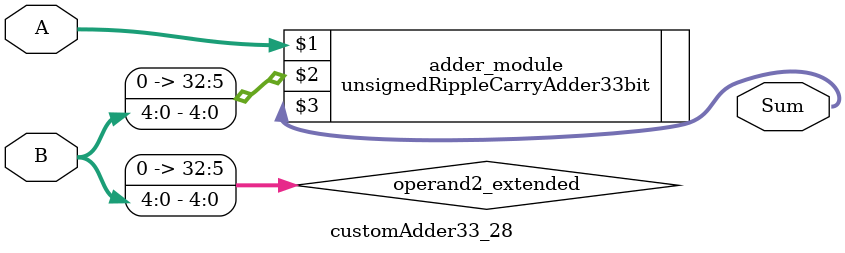
<source format=v>
module customAdder33_28(
                        input [32 : 0] A,
                        input [4 : 0] B,
                        
                        output [33 : 0] Sum
                );

        wire [32 : 0] operand2_extended;
        
        assign operand2_extended =  {28'b0, B};
        
        unsignedRippleCarryAdder33bit adder_module(
            A,
            operand2_extended,
            Sum
        );
        
        endmodule
        
</source>
